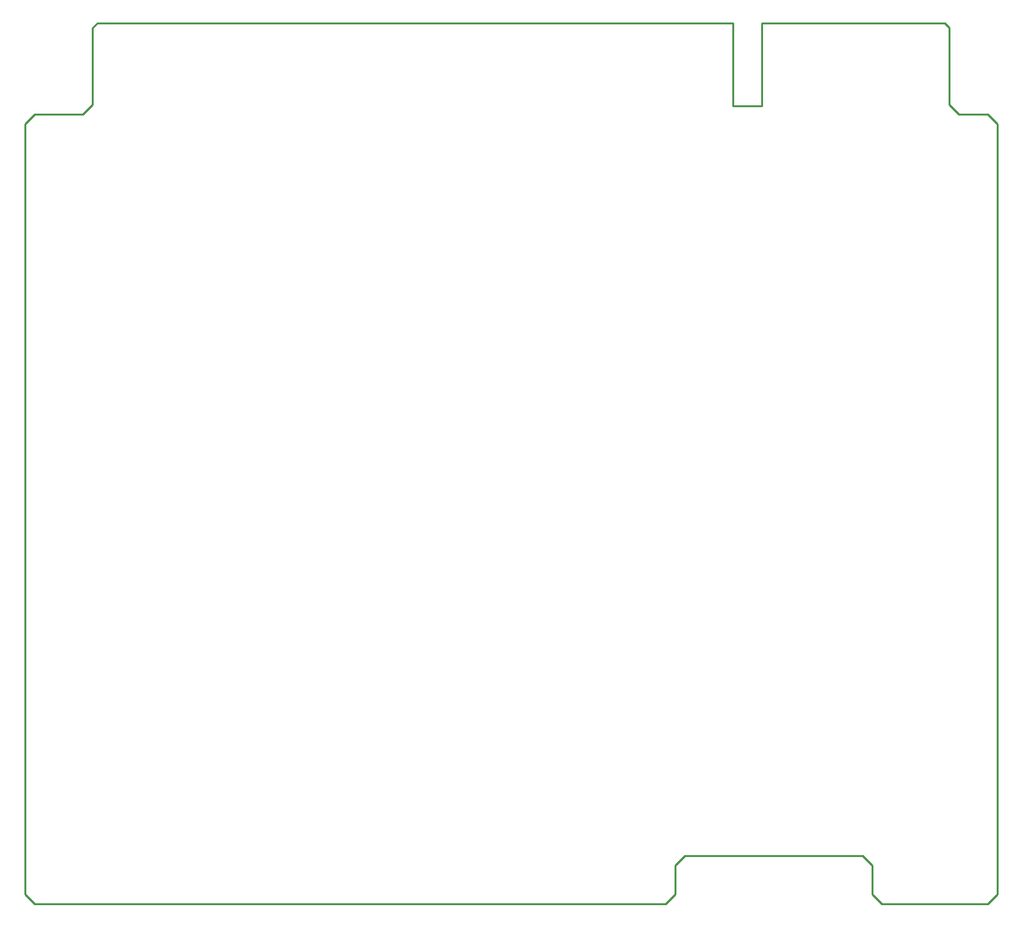
<source format=gbr>
G04 start of page 7 for group 6 idx 6 *
G04 Title: (unknown), outline *
G04 Creator: pcb 20140316 *
G04 CreationDate: Sat 08 Jul 2017 15:17:32 GMT UTC *
G04 For: ole *
G04 Format: Gerber/RS-274X *
G04 PCB-Dimensions (mil): 7000.00 6000.00 *
G04 PCB-Coordinate-Origin: lower left *
%MOIN*%
%FSLAX25Y25*%
%LNOUTLINE*%
%ADD71C,0.0100*%
G54D71*X600000Y522500D02*Y122500D01*
X595000Y117500D01*
X540000D01*
X427500D02*X100000D01*
X95000Y122500D01*
X540000Y117500D02*X535000Y122500D01*
Y137500D01*
X530000Y142500D01*
X437500D01*
X432500Y137500D01*
Y122500D01*
X427500Y117500D01*
X95000Y122500D02*Y522500D01*
X462500Y575000D02*Y572500D01*
Y532000D01*
X95000Y522500D02*X100000Y527500D01*
X125000D01*
X130000Y532500D01*
Y572500D01*
X132500Y575000D01*
X462500Y532000D02*X477362D01*
X477500D02*Y572500D01*
Y575000D01*
X132500D02*X462500D01*
X477500D02*X572500D01*
X575000Y572500D01*
Y532500D01*
X580000Y527500D01*
X595000D01*
X600000Y522500D01*
M02*

</source>
